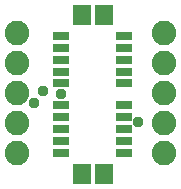
<source format=gbr>
G04 EAGLE Gerber RS-274X export*
G75*
%MOMM*%
%FSLAX34Y34*%
%LPD*%
%INSoldermask Top*%
%IPPOS*%
%AMOC8*
5,1,8,0,0,1.08239X$1,22.5*%
G01*
%ADD10R,1.503200X1.703200*%
%ADD11C,2.082800*%
%ADD12R,1.403200X0.803200*%
%ADD13C,0.959600*%


D10*
X147900Y305500D03*
X166900Y305500D03*
X147900Y170100D03*
X166900Y170100D03*
D11*
X92900Y188200D03*
X92900Y213600D03*
X92900Y239000D03*
X92900Y264400D03*
X92900Y289800D03*
X217900Y188200D03*
X217900Y213600D03*
X217900Y239000D03*
X217900Y264400D03*
X217900Y289800D03*
D12*
X130900Y287100D03*
X130900Y277100D03*
X130900Y267100D03*
X130900Y257100D03*
X130900Y247100D03*
X183900Y247100D03*
X183900Y257100D03*
X183900Y267100D03*
X183900Y277100D03*
X183900Y287100D03*
X130900Y228600D03*
X130900Y218600D03*
X130900Y208600D03*
X130900Y198600D03*
X130900Y188600D03*
X183900Y188600D03*
X183900Y198600D03*
X183900Y208600D03*
X183900Y218600D03*
X183900Y228600D03*
D13*
X115062Y240792D03*
X195834Y214884D03*
X107442Y230886D03*
X130302Y238506D03*
M02*

</source>
